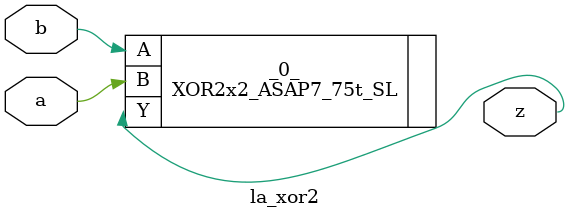
<source format=v>
/* Generated by Yosys 0.37 (git sha1 a5c7f69ed, clang 14.0.0-1ubuntu1.1 -fPIC -Os) */

module la_xor2(a, b, z);
  input a;
  wire a;
  input b;
  wire b;
  output z;
  wire z;
  XOR2x2_ASAP7_75t_SL _0_ (
    .A(b),
    .B(a),
    .Y(z)
  );
endmodule

</source>
